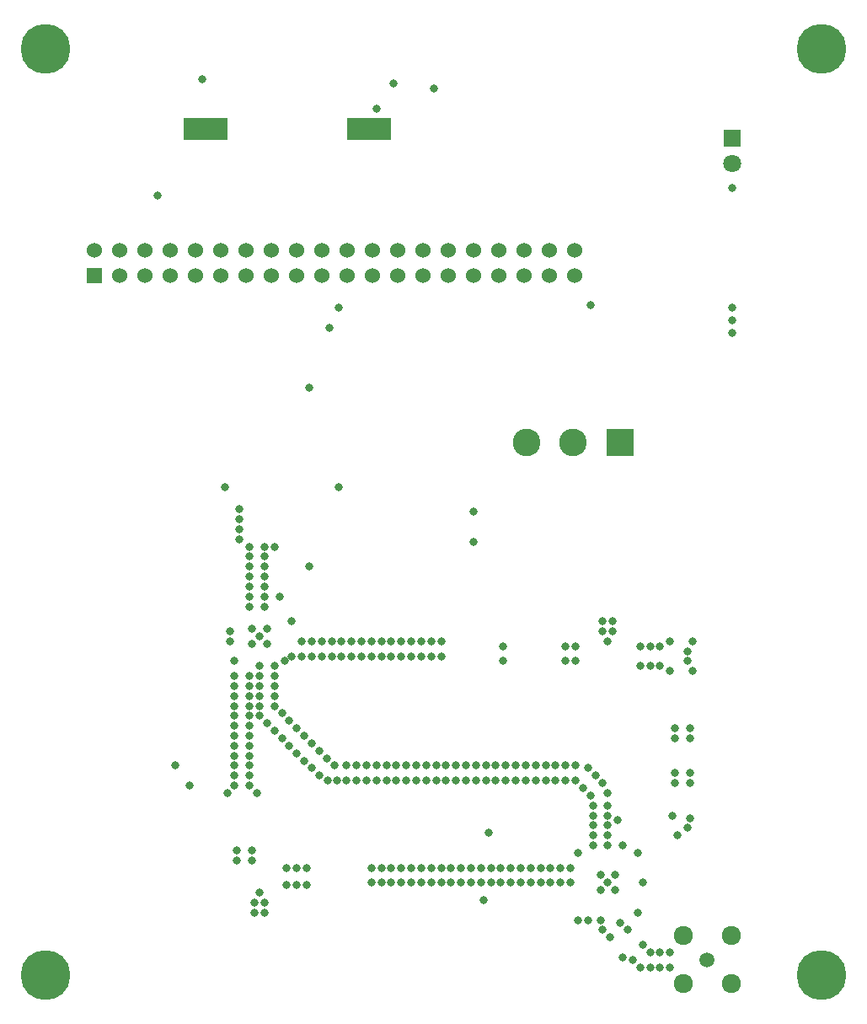
<source format=gbs>
%TF.GenerationSoftware,KiCad,Pcbnew,(6.0.7)*%
%TF.CreationDate,2022-12-07T20:31:12-06:00*%
%TF.ProjectId,Narwal_v1,4e617277-616c-45f7-9631-2e6b69636164,1*%
%TF.SameCoordinates,Original*%
%TF.FileFunction,Soldermask,Bot*%
%TF.FilePolarity,Negative*%
%FSLAX46Y46*%
G04 Gerber Fmt 4.6, Leading zero omitted, Abs format (unit mm)*
G04 Created by KiCad (PCBNEW (6.0.7)) date 2022-12-07 20:31:12*
%MOMM*%
%LPD*%
G01*
G04 APERTURE LIST*
%ADD10C,1.800000*%
%ADD11R,1.800000X1.800000*%
%ADD12C,2.775000*%
%ADD13R,2.775000X2.775000*%
%ADD14C,5.000000*%
%ADD15C,1.524000*%
%ADD16R,1.524000X1.524000*%
%ADD17C,1.920000*%
%ADD18C,1.508000*%
%ADD19R,4.500000X2.300000*%
%ADD20C,0.800000*%
G04 APERTURE END LIST*
D10*
X172500000Y-65040000D03*
D11*
X172500000Y-62500000D03*
D12*
X156500000Y-93000000D03*
D13*
X161200000Y-93000000D03*
D12*
X151800000Y-93000000D03*
D14*
X103500000Y-146500000D03*
X181500000Y-146500000D03*
X181500000Y-53500000D03*
X103500000Y-53500000D03*
D15*
X156630000Y-73730000D03*
X156630000Y-76270000D03*
X154090000Y-73730000D03*
X154090000Y-76270000D03*
X151550000Y-73730000D03*
X151550000Y-76270000D03*
X149010000Y-73730000D03*
X149010000Y-76270000D03*
X146470000Y-73730000D03*
X146470000Y-76270000D03*
X143930000Y-73730000D03*
X143930000Y-76270000D03*
X141390000Y-73730000D03*
X141390000Y-76270000D03*
X138850000Y-73730000D03*
X138850000Y-76270000D03*
X136310000Y-73730000D03*
X136310000Y-76270000D03*
X133770000Y-73730000D03*
X133770000Y-76270000D03*
X131230000Y-73730000D03*
X131230000Y-76270000D03*
X128690000Y-73730000D03*
X128690000Y-76270000D03*
X126150000Y-73730000D03*
X126150000Y-76270000D03*
X123610000Y-73730000D03*
X123610000Y-76270000D03*
X121070000Y-73730000D03*
X121070000Y-76270000D03*
X118530000Y-73730000D03*
X118530000Y-76270000D03*
X115990000Y-73730000D03*
X115990000Y-76270000D03*
X113450000Y-73730000D03*
X113450000Y-76270000D03*
X110910000Y-73730000D03*
X110910000Y-76270000D03*
X108370000Y-73730000D03*
D16*
X108370000Y-76270000D03*
D17*
X172400000Y-142600000D03*
X172400000Y-147400000D03*
X167600000Y-147400000D03*
X167600000Y-142600000D03*
D18*
X170000000Y-145000000D03*
D19*
X135975000Y-61500000D03*
X119575000Y-61500000D03*
D20*
X172500000Y-79500000D03*
X172500000Y-80750000D03*
X172500000Y-82000000D03*
X146500000Y-100000000D03*
X146500000Y-103000000D03*
X128250000Y-111000000D03*
X158250000Y-79250000D03*
X157000000Y-141000000D03*
X141250000Y-135750000D03*
X128000000Y-121000000D03*
X125500000Y-104500000D03*
X124000000Y-106500000D03*
X158500000Y-131500000D03*
X160000000Y-137250000D03*
X163500000Y-137250000D03*
X126500000Y-117500000D03*
X159500000Y-127250000D03*
X134250000Y-113000000D03*
X164250000Y-145750000D03*
X140250000Y-137250000D03*
X166250000Y-144250000D03*
X168500000Y-113000000D03*
X130250000Y-125750000D03*
X131250000Y-114500000D03*
X168250000Y-130750000D03*
X122000000Y-113000000D03*
X148000000Y-132250000D03*
X159500000Y-112000000D03*
X148750000Y-127000000D03*
X167000000Y-132500000D03*
X159250000Y-141000000D03*
X124000000Y-109500000D03*
X139250000Y-113000000D03*
X124000000Y-108500000D03*
X154250000Y-137250000D03*
X136750000Y-125500000D03*
X152750000Y-125500000D03*
X137250000Y-113000000D03*
X123000000Y-99750000D03*
X154750000Y-125500000D03*
X155750000Y-115000000D03*
X149500000Y-115000000D03*
X134750000Y-127000000D03*
X165250000Y-145750000D03*
X147750000Y-127000000D03*
X160000000Y-129500000D03*
X166750000Y-126250000D03*
X159500000Y-111000000D03*
X155750000Y-127000000D03*
X122500000Y-119500000D03*
X161250000Y-141250000D03*
X156750000Y-115000000D03*
X124000000Y-125500000D03*
X125000000Y-112500000D03*
X123000000Y-100750000D03*
X150250000Y-135750000D03*
X146250000Y-135750000D03*
X126500000Y-116500000D03*
X147750000Y-125500000D03*
X123000000Y-101750000D03*
X129250000Y-114500000D03*
X168500000Y-116000000D03*
X125000000Y-115500000D03*
X147250000Y-137250000D03*
X138750000Y-127000000D03*
X153750000Y-127000000D03*
X125500000Y-109500000D03*
X142250000Y-135750000D03*
X129250000Y-113000000D03*
X145250000Y-135750000D03*
X127750000Y-135750000D03*
X149500000Y-113500000D03*
X163000000Y-134250000D03*
X128750000Y-137500000D03*
X125500000Y-139250000D03*
X130250000Y-113000000D03*
X141250000Y-113000000D03*
X148750000Y-125500000D03*
X165250000Y-144250000D03*
X127250000Y-120250000D03*
X125750000Y-111750000D03*
X122500000Y-124500000D03*
X121750000Y-128250000D03*
X148250000Y-137250000D03*
X124500000Y-140250000D03*
X144750000Y-127000000D03*
X151750000Y-125500000D03*
X125000000Y-116500000D03*
X124000000Y-116500000D03*
X150750000Y-127000000D03*
X124000000Y-121500000D03*
X128750000Y-135750000D03*
X153750000Y-125500000D03*
X124000000Y-123500000D03*
X161000000Y-131000000D03*
X124000000Y-105500000D03*
X154250000Y-135750000D03*
X153250000Y-135750000D03*
X136250000Y-113000000D03*
X164250000Y-115500000D03*
X148250000Y-135750000D03*
X158750000Y-126500000D03*
X141750000Y-125500000D03*
X166250000Y-116000000D03*
X142250000Y-113000000D03*
X166750000Y-127250000D03*
X122500000Y-126500000D03*
X124000000Y-126500000D03*
X124250000Y-134000000D03*
X149250000Y-137250000D03*
X160250000Y-142750000D03*
X137750000Y-127000000D03*
X128000000Y-123500000D03*
X168000000Y-114000000D03*
X140250000Y-135750000D03*
X142750000Y-125500000D03*
X156750000Y-125500000D03*
X163500000Y-143500000D03*
X136750000Y-127000000D03*
X127250000Y-122750000D03*
X156250000Y-137250000D03*
X163250000Y-145750000D03*
X135250000Y-113000000D03*
X122750000Y-134000000D03*
X168250000Y-122750000D03*
X132250000Y-114500000D03*
X153250000Y-137250000D03*
X156750000Y-113500000D03*
X156250000Y-135750000D03*
X124000000Y-120500000D03*
X163000000Y-140250000D03*
X122500000Y-115000000D03*
X147250000Y-135750000D03*
X151250000Y-137250000D03*
X146250000Y-137250000D03*
X168250000Y-126250000D03*
X122750000Y-135000000D03*
X158000000Y-125750000D03*
X136250000Y-137250000D03*
X141250000Y-137250000D03*
X122500000Y-125500000D03*
X125000000Y-120500000D03*
X140750000Y-125500000D03*
X139250000Y-114500000D03*
X127500000Y-115000000D03*
X143250000Y-114500000D03*
X143250000Y-135750000D03*
X135250000Y-114500000D03*
X145750000Y-125500000D03*
X125000000Y-138250000D03*
X144250000Y-137250000D03*
X137250000Y-114500000D03*
X162500000Y-145000000D03*
X152250000Y-135750000D03*
X158500000Y-129500000D03*
X158250000Y-128500000D03*
X125500000Y-105500000D03*
X163250000Y-115500000D03*
X123000000Y-102750000D03*
X138250000Y-114500000D03*
X160000000Y-128250000D03*
X161500000Y-144750000D03*
X125000000Y-119500000D03*
X125750000Y-113250000D03*
X159250000Y-136500000D03*
X166750000Y-121750000D03*
X140250000Y-114500000D03*
X126500000Y-119500000D03*
X135750000Y-125500000D03*
X125500000Y-108500000D03*
X165250000Y-113500000D03*
X145250000Y-137250000D03*
X132500000Y-125500000D03*
X124000000Y-104500000D03*
X134750000Y-125500000D03*
X125750000Y-121250000D03*
X157500000Y-127750000D03*
X125500000Y-140250000D03*
X131750000Y-124750000D03*
X160000000Y-131500000D03*
X145750000Y-127000000D03*
X142250000Y-114500000D03*
X160500000Y-111000000D03*
X166250000Y-113000000D03*
X168250000Y-121750000D03*
X155750000Y-113500000D03*
X143250000Y-137250000D03*
X126500000Y-118500000D03*
X132825000Y-127000000D03*
X138250000Y-137250000D03*
X155250000Y-137250000D03*
X125500000Y-107500000D03*
X164250000Y-144250000D03*
X124000000Y-124500000D03*
X128250000Y-114500000D03*
X122500000Y-120500000D03*
X151250000Y-135750000D03*
X122500000Y-122500000D03*
X158500000Y-130500000D03*
X124000000Y-107500000D03*
X155750000Y-125500000D03*
X140750000Y-127000000D03*
X124750000Y-128250000D03*
X157000000Y-134250000D03*
X146750000Y-127000000D03*
X134250000Y-114500000D03*
X122500000Y-127500000D03*
X124000000Y-127500000D03*
X137250000Y-135750000D03*
X160000000Y-113000000D03*
X131900000Y-127000000D03*
X130250000Y-114500000D03*
X168000000Y-115000000D03*
X128750000Y-121750000D03*
X131250000Y-113000000D03*
X133750000Y-125500000D03*
X133250000Y-113000000D03*
X142750000Y-127000000D03*
X122500000Y-116500000D03*
X146750000Y-125500000D03*
X122000000Y-112000000D03*
X144250000Y-135750000D03*
X126500000Y-122000000D03*
X137750000Y-125500000D03*
X122500000Y-118500000D03*
X159500000Y-142000000D03*
X136250000Y-114500000D03*
X152250000Y-137250000D03*
X126500000Y-103500000D03*
X126500000Y-115500000D03*
X129750000Y-135750000D03*
X124000000Y-117500000D03*
X129750000Y-137500000D03*
X122500000Y-121500000D03*
X124000000Y-118500000D03*
X165250000Y-115500000D03*
X141750000Y-127000000D03*
X130250000Y-123250000D03*
X149750000Y-127000000D03*
X125500000Y-106500000D03*
X129500000Y-125000000D03*
X158500000Y-132500000D03*
X159250000Y-138000000D03*
X133750000Y-127000000D03*
X122500000Y-123500000D03*
X127750000Y-137500000D03*
X161500000Y-133500000D03*
X151750000Y-127000000D03*
X168000000Y-131750000D03*
X124000000Y-122500000D03*
X139250000Y-135750000D03*
X160750000Y-138000000D03*
X140250000Y-113000000D03*
X160750000Y-136500000D03*
X131000000Y-124000000D03*
X162000000Y-142000000D03*
X164250000Y-113500000D03*
X135750000Y-127000000D03*
X139750000Y-127000000D03*
X163250000Y-113500000D03*
X128750000Y-124250000D03*
X138750000Y-125500000D03*
X143250000Y-113000000D03*
X155250000Y-135750000D03*
X158500000Y-133500000D03*
X139250000Y-137250000D03*
X149250000Y-135750000D03*
X143750000Y-127000000D03*
X124250000Y-113250000D03*
X125000000Y-117500000D03*
X152750000Y-127000000D03*
X166750000Y-122750000D03*
X166500000Y-130500000D03*
X160500000Y-112000000D03*
X166250000Y-145750000D03*
X133250000Y-114500000D03*
X132250000Y-113000000D03*
X124250000Y-111750000D03*
X124000000Y-119500000D03*
X168250000Y-127250000D03*
X149750000Y-125500000D03*
X143750000Y-125500000D03*
X156750000Y-127000000D03*
X124000000Y-103500000D03*
X150750000Y-125500000D03*
X125500000Y-103500000D03*
X154750000Y-127000000D03*
X142250000Y-137250000D03*
X141250000Y-114500000D03*
X136250000Y-135750000D03*
X139750000Y-125500000D03*
X160000000Y-132500000D03*
X125000000Y-118500000D03*
X160000000Y-133500000D03*
X137250000Y-137250000D03*
X144750000Y-125500000D03*
X129500000Y-122500000D03*
X150250000Y-137250000D03*
X138250000Y-113000000D03*
X160000000Y-130500000D03*
X131000000Y-126500000D03*
X124250000Y-135000000D03*
X138250000Y-135750000D03*
X124500000Y-139250000D03*
X122500000Y-117500000D03*
X127000000Y-108500000D03*
X158000000Y-141000000D03*
X133000000Y-97500000D03*
X121500000Y-97500000D03*
X119250000Y-56500000D03*
X116500000Y-125500000D03*
X130000000Y-105500000D03*
X118000000Y-127500000D03*
X172500000Y-67500000D03*
X147500000Y-139000000D03*
X142500000Y-57500000D03*
X138500000Y-57000000D03*
X114750000Y-68250000D03*
X133000000Y-79500000D03*
X132000000Y-81500000D03*
X136775000Y-59500000D03*
X130000000Y-87500000D03*
M02*

</source>
